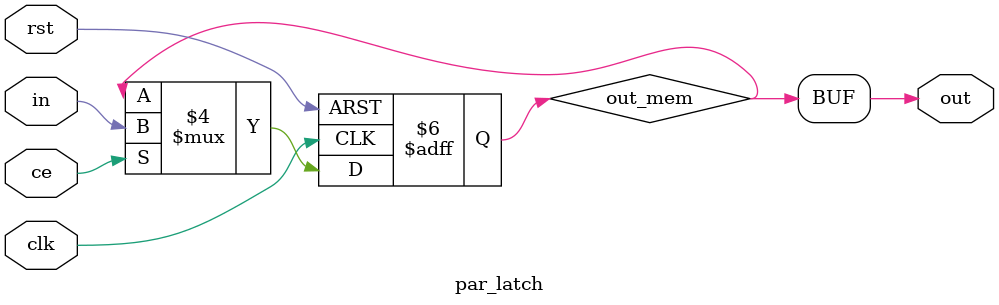
<source format=v>
`timescale 1ns / 1ps
module par_latch #(
		parameter WIDTH = 1
	)(
		input 						ce,
		input 						rst,
		input 						clk,
		input  [WIDTH - 1:0] 	in,
		output [WIDTH - 1:0] 	out
    );
	reg [WIDTH - 1:0] out_mem = 0;
	assign out = out_mem;
	
	always@(posedge clk or posedge rst)
	begin
		if(rst)	out_mem <= 0;
		else
			if(ce)	out_mem <= in;
			else	out_mem <= out_mem;
	end
endmodule

</source>
